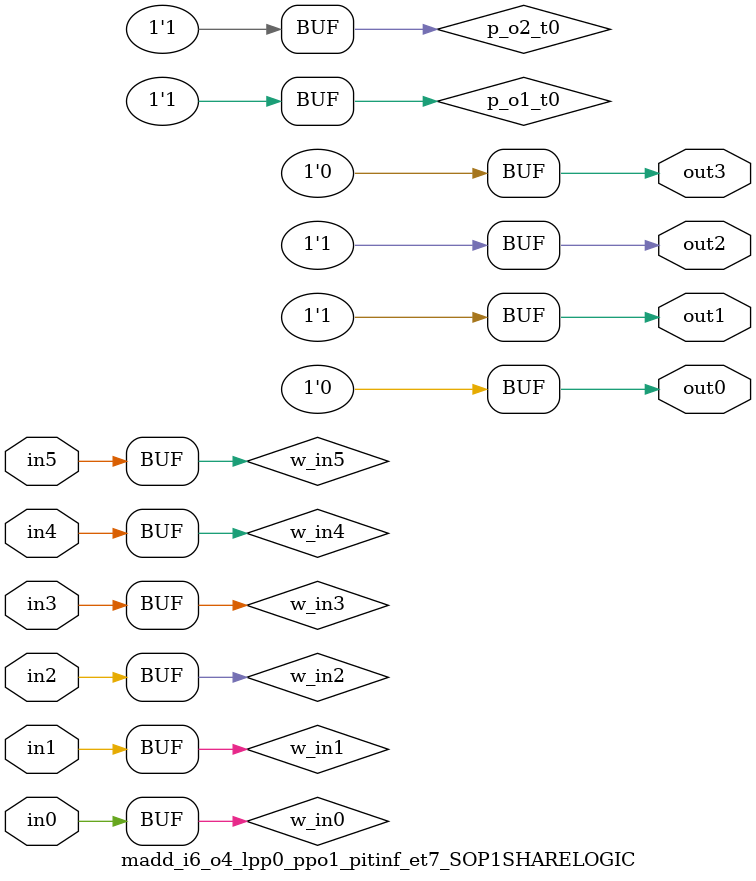
<source format=v>
module madd_i6_o4_lpp0_ppo1_pitinf_et7_SOP1SHARELOGIC (in0, in1, in2, in3, in4, in5, out0, out1, out2, out3);
// declaring inputs
input in0,  in1,  in2,  in3,  in4,  in5;
// declaring outputs
output out0,  out1,  out2,  out3;
// JSON model input
wire w_in5, w_in4, w_in3, w_in2, w_in1, w_in0;
// JSON model output
wire w_g29, w_g46, w_g52, w_g54;
//json model
wire p_o0_t0, p_o1_t0, p_o2_t0, p_o3_t0;
// JSON model input assign
assign w_in5 = in5;
assign w_in4 = in4;
assign w_in3 = in3;
assign w_in2 = in2;
assign w_in1 = in1;
assign w_in0 = in0;
//json model assigns (approximated/XPATed part)
assign out0 = 0;
assign p_o1_t0 = 1;
assign out1 = p_o1_t0;
assign p_o2_t0 = 1;
assign out2 = p_o2_t0;
assign out3 = 0;
endmodule
</source>
